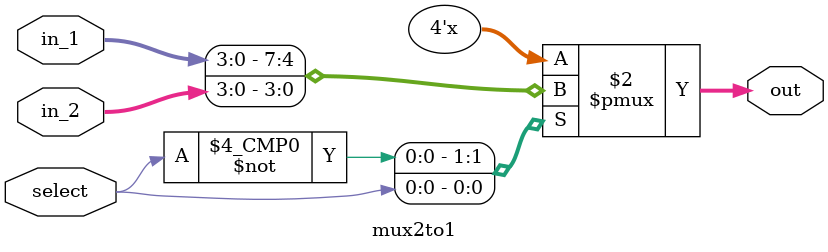
<source format=v>
module mux2to1 #(parameter W=4)(out, in_1, in_2, select);

input [W-1:0] in_1, in_2;
output reg [W-1:0] out;
input select;

always @(in_1 or in_2 or select) 
	case(select)
	1'b0:	out = in_1;
	1'b1: out = in_2;
	endcase
endmodule
</source>
